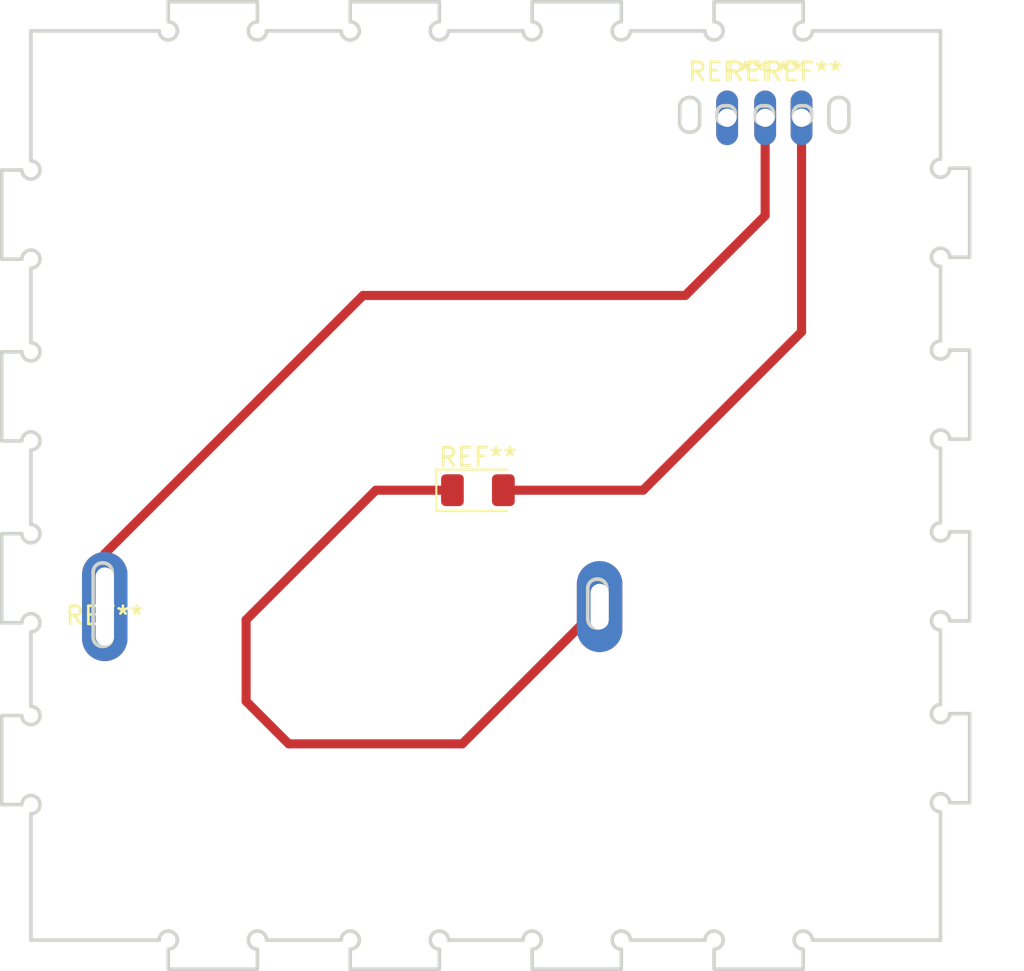
<source format=kicad_pcb>
(kicad_pcb (version 20171130) (host pcbnew "(5.1.2)-1")

  (general
    (thickness 1.6)
    (drawings 156)
    (tracks 15)
    (zones 0)
    (modules 5)
    (nets 1)
  )

  (page A4)
  (layers
    (0 F.Cu signal)
    (31 B.Cu signal)
    (32 B.Adhes user)
    (33 F.Adhes user)
    (34 B.Paste user)
    (35 F.Paste user)
    (36 B.SilkS user)
    (37 F.SilkS user)
    (38 B.Mask user)
    (39 F.Mask user)
    (40 Dwgs.User user)
    (41 Cmts.User user)
    (42 Eco1.User user)
    (43 Eco2.User user)
    (44 Edge.Cuts user)
    (45 Margin user)
    (46 B.CrtYd user)
    (47 F.CrtYd user)
    (48 B.Fab user)
    (49 F.Fab user)
  )

  (setup
    (last_trace_width 0.5)
    (user_trace_width 0.5)
    (trace_clearance 0.2)
    (zone_clearance 0.508)
    (zone_45_only no)
    (trace_min 0.2)
    (via_size 0.8)
    (via_drill 0.4)
    (via_min_size 0.4)
    (via_min_drill 0.3)
    (uvia_size 0.3)
    (uvia_drill 0.1)
    (uvias_allowed no)
    (uvia_min_size 0.2)
    (uvia_min_drill 0.1)
    (edge_width 0.05)
    (segment_width 0.2)
    (pcb_text_width 0.3)
    (pcb_text_size 1.5 1.5)
    (mod_edge_width 0.12)
    (mod_text_size 1 1)
    (mod_text_width 0.15)
    (pad_size 1.2 3)
    (pad_drill 1)
    (pad_to_mask_clearance 0.051)
    (solder_mask_min_width 0.25)
    (aux_axis_origin 82.58 137.32)
    (visible_elements FFFFFF7F)
    (pcbplotparams
      (layerselection 0x01000_7fffffff)
      (usegerberextensions false)
      (usegerberattributes false)
      (usegerberadvancedattributes false)
      (creategerberjobfile false)
      (excludeedgelayer true)
      (linewidth 0.100000)
      (plotframeref false)
      (viasonmask false)
      (mode 1)
      (useauxorigin false)
      (hpglpennumber 1)
      (hpglpenspeed 20)
      (hpglpendiameter 15.000000)
      (psnegative false)
      (psa4output false)
      (plotreference true)
      (plotvalue true)
      (plotinvisibletext false)
      (padsonsilk false)
      (subtractmaskfromsilk false)
      (outputformat 1)
      (mirror false)
      (drillshape 0)
      (scaleselection 1)
      (outputdirectory "GerberExports/"))
  )

  (net 0 "")

  (net_class Default "This is the default net class."
    (clearance 0.2)
    (trace_width 0.25)
    (via_dia 0.8)
    (via_drill 0.4)
    (uvia_dia 0.3)
    (uvia_drill 0.1)
  )

  (module LED_SMD:LED_1206_3216Metric (layer F.Cu) (tedit 5B301BBE) (tstamp 5CD77A91)
    (at 116.53 104.56)
    (descr "LED SMD 1206 (3216 Metric), square (rectangular) end terminal, IPC_7351 nominal, (Body size source: http://www.tortai-tech.com/upload/download/2011102023233369053.pdf), generated with kicad-footprint-generator")
    (tags diode)
    (attr smd)
    (fp_text reference REF** (at 0 -1.82) (layer F.SilkS)
      (effects (font (size 1 1) (thickness 0.15)))
    )
    (fp_text value LED_1206_3216Metric (at 0 1.82) (layer F.Fab)
      (effects (font (size 1 1) (thickness 0.15)))
    )
    (fp_text user %R (at 0 0) (layer F.Fab)
      (effects (font (size 0.8 0.8) (thickness 0.12)))
    )
    (fp_line (start 2.28 1.12) (end -2.28 1.12) (layer F.CrtYd) (width 0.05))
    (fp_line (start 2.28 -1.12) (end 2.28 1.12) (layer F.CrtYd) (width 0.05))
    (fp_line (start -2.28 -1.12) (end 2.28 -1.12) (layer F.CrtYd) (width 0.05))
    (fp_line (start -2.28 1.12) (end -2.28 -1.12) (layer F.CrtYd) (width 0.05))
    (fp_line (start -2.285 1.135) (end 1.6 1.135) (layer F.SilkS) (width 0.12))
    (fp_line (start -2.285 -1.135) (end -2.285 1.135) (layer F.SilkS) (width 0.12))
    (fp_line (start 1.6 -1.135) (end -2.285 -1.135) (layer F.SilkS) (width 0.12))
    (fp_line (start 1.6 0.8) (end 1.6 -0.8) (layer F.Fab) (width 0.1))
    (fp_line (start -1.6 0.8) (end 1.6 0.8) (layer F.Fab) (width 0.1))
    (fp_line (start -1.6 -0.4) (end -1.6 0.8) (layer F.Fab) (width 0.1))
    (fp_line (start -1.2 -0.8) (end -1.6 -0.4) (layer F.Fab) (width 0.1))
    (fp_line (start 1.6 -0.8) (end -1.2 -0.8) (layer F.Fab) (width 0.1))
    (pad 2 smd roundrect (at 1.4 0) (size 1.25 1.75) (layers F.Cu F.Paste F.Mask) (roundrect_rratio 0.2))
    (pad 1 smd roundrect (at -1.4 0) (size 1.25 1.75) (layers F.Cu F.Paste F.Mask) (roundrect_rratio 0.2))
    (model ${KISYS3DMOD}/LED_SMD.3dshapes/LED_1206_3216Metric.wrl
      (at (xyz 0 0 0))
      (scale (xyz 1 1 1))
      (rotate (xyz 0 0 0))
    )
  )

  (module Connector_Wire:SolderWirePad_1x01_Drill0.8mm (layer F.Cu) (tedit 5CD72CC7) (tstamp 5CD779AA)
    (at 130.23 84.08)
    (descr "Wire solder connection")
    (tags connector)
    (attr virtual)
    (fp_text reference REF** (at 0 -2.54) (layer F.SilkS)
      (effects (font (size 1 1) (thickness 0.15)))
    )
    (fp_text value SolderWirePad_1x01_Drill0.8mm (at 0 2.54) (layer F.Fab)
      (effects (font (size 1 1) (thickness 0.15)))
    )
    (fp_text user %R (at 0 0) (layer F.Fab)
      (effects (font (size 1 1) (thickness 0.15)))
    )
    (fp_line (start -1.5 -1.5) (end 1.5 -1.5) (layer F.CrtYd) (width 0.05))
    (fp_line (start -1.5 -1.5) (end -1.5 1.5) (layer F.CrtYd) (width 0.05))
    (fp_line (start 1.5 1.5) (end 1.5 -1.5) (layer F.CrtYd) (width 0.05))
    (fp_line (start 1.5 1.5) (end -1.5 1.5) (layer F.CrtYd) (width 0.05))
    (pad 1 thru_hole oval (at 0 0) (size 1.2 3) (drill 1) (layers F.Cu))
  )

  (module Connector_Wire:SolderWirePad_1x01_Drill0.8mm (layer F.Cu) (tedit 5CD72CCB) (tstamp 5CD778A0)
    (at 134.42 84.08)
    (descr "Wire solder connection")
    (tags connector)
    (attr virtual)
    (fp_text reference REF** (at 0 -2.54) (layer F.SilkS)
      (effects (font (size 1 1) (thickness 0.15)))
    )
    (fp_text value SolderWirePad_1x01_Drill0.8mm (at 0 2.54) (layer F.Fab)
      (effects (font (size 1 1) (thickness 0.15)))
    )
    (fp_text user %R (at 0 0) (layer F.Fab)
      (effects (font (size 1 1) (thickness 0.15)))
    )
    (fp_line (start -1.5 -1.5) (end 1.5 -1.5) (layer F.CrtYd) (width 0.05))
    (fp_line (start -1.5 -1.5) (end -1.5 1.5) (layer F.CrtYd) (width 0.05))
    (fp_line (start 1.5 1.5) (end 1.5 -1.5) (layer F.CrtYd) (width 0.05))
    (fp_line (start 1.5 1.5) (end -1.5 1.5) (layer F.CrtYd) (width 0.05))
    (pad 1 thru_hole oval (at -0.1 0) (size 1.2 3) (drill 1) (layers F.Cu))
  )

  (module Connector_Wire:SolderWirePad_1x01_Drill0.8mm (layer F.Cu) (tedit 5CD72CC7) (tstamp 5CD7774F)
    (at 132.32 84.08)
    (descr "Wire solder connection")
    (tags connector)
    (attr virtual)
    (fp_text reference REF** (at 0 -2.54) (layer F.SilkS)
      (effects (font (size 1 1) (thickness 0.15)))
    )
    (fp_text value SolderWirePad_1x01_Drill0.8mm (at 0 2.54) (layer F.Fab)
      (effects (font (size 1 1) (thickness 0.15)))
    )
    (fp_line (start 1.5 1.5) (end -1.5 1.5) (layer F.CrtYd) (width 0.05))
    (fp_line (start 1.5 1.5) (end 1.5 -1.5) (layer F.CrtYd) (width 0.05))
    (fp_line (start -1.5 -1.5) (end -1.5 1.5) (layer F.CrtYd) (width 0.05))
    (fp_line (start -1.5 -1.5) (end 1.5 -1.5) (layer F.CrtYd) (width 0.05))
    (fp_text user %R (at 0 0) (layer F.Fab)
      (effects (font (size 1 1) (thickness 0.15)))
    )
    (pad 1 thru_hole oval (at 0 0) (size 1.2 3) (drill 1) (layers F.Cu))
  )

  (module LibraryforKiCad:CR2032Holder (layer F.Cu) (tedit 5CD72B24) (tstamp 5CD7762E)
    (at 96.02 110.96)
    (fp_text reference REF** (at 0 0.5) (layer F.SilkS)
      (effects (font (size 1 1) (thickness 0.15)))
    )
    (fp_text value CR2032Holder (at 0 -0.5) (layer F.Fab)
      (effects (font (size 1 1) (thickness 0.15)))
    )
    (pad 2 thru_hole oval (at 0 0) (size 2.5 6) (drill oval 1 4.3) (layers F.Cu F.Adhes))
    (pad 1 thru_hole oval (at 27.2 0) (size 2.5 5) (drill oval 1 2.5) (layers F.Cu))
  )

  (gr_arc (start 95.880866 112.650584) (end 95.380866 112.650584) (angle -90) (layer Edge.Cuts) (width 0.2))
  (gr_line (start 132.773 84.02) (end 132.773 83.814) (layer Edge.Cuts) (width 0.2))
  (gr_arc (start 134.476 83.814) (end 134.873 83.814) (angle -90) (layer Edge.Cuts) (width 0.2))
  (gr_line (start 134.476 83.417) (end 134.27 83.417) (layer Edge.Cuts) (width 0.2))
  (gr_arc (start 132.376 83.814) (end 132.773 83.814) (angle -90) (layer Edge.Cuts) (width 0.2))
  (gr_arc (start 134.27 84.02) (end 133.873 84.02) (angle -90) (layer Edge.Cuts) (width 0.2))
  (gr_line (start 132.376 83.417) (end 132.17 83.417) (layer Edge.Cuts) (width 0.2))
  (gr_arc (start 134.27 83.814) (end 134.27 83.417) (angle -90) (layer Edge.Cuts) (width 0.2))
  (gr_line (start 136.323 84.867) (end 136.423 84.867) (layer Edge.Cuts) (width 0.2))
  (gr_arc (start 134.476 84.02) (end 134.476 84.417) (angle -90) (layer Edge.Cuts) (width 0.2))
  (gr_arc (start 132.17 83.814) (end 132.17 83.417) (angle -90) (layer Edge.Cuts) (width 0.2))
  (gr_line (start 131.773 83.814) (end 131.773 84.02) (layer Edge.Cuts) (width 0.2))
  (gr_arc (start 132.17 84.02) (end 131.773 84.02) (angle -90) (layer Edge.Cuts) (width 0.2))
  (gr_arc (start 136.323 84.367) (end 135.823 84.367) (angle -90) (layer Edge.Cuts) (width 0.2))
  (gr_line (start 132.17 84.417) (end 132.376 84.417) (layer Edge.Cuts) (width 0.2))
  (gr_line (start 133.873 83.814) (end 133.873 84.02) (layer Edge.Cuts) (width 0.2))
  (gr_line (start 135.823 83.467) (end 135.823 84.367) (layer Edge.Cuts) (width 0.2))
  (gr_line (start 134.27 84.417) (end 134.476 84.417) (layer Edge.Cuts) (width 0.2))
  (gr_line (start 134.873 84.02) (end 134.873 83.814) (layer Edge.Cuts) (width 0.2))
  (gr_arc (start 136.423 83.467) (end 136.923 83.467) (angle -90) (layer Edge.Cuts) (width 0.2))
  (gr_arc (start 136.323 83.467) (end 136.323 82.967) (angle -90) (layer Edge.Cuts) (width 0.2))
  (gr_line (start 136.423 82.967) (end 136.323 82.967) (layer Edge.Cuts) (width 0.2))
  (gr_arc (start 136.423 84.367) (end 136.423 84.867) (angle -90) (layer Edge.Cuts) (width 0.2))
  (gr_line (start 136.923 84.367) (end 136.923 83.467) (layer Edge.Cuts) (width 0.2))
  (gr_line (start 134.41148 77.701605) (end 129.51148 77.701605) (layer Edge.Cuts) (width 0.2))
  (gr_line (start 141.96148 79.301604) (end 134.91148 79.301604) (layer Edge.Cuts) (width 0.2))
  (gr_line (start 141.96148 79.301604) (end 141.96148 86.351604) (layer Edge.Cuts) (width 0.2))
  (gr_line (start 134.41148 77.701605) (end 134.41148 78.801604) (layer Edge.Cuts) (width 0.2))
  (gr_arc (start 134.41148 79.301604) (end 134.41148 78.801604) (angle -270) (layer Edge.Cuts) (width 0.2))
  (gr_arc (start 141.96148 101.751604) (end 142.46148 101.751604) (angle -270) (layer Edge.Cuts) (width 0.2))
  (gr_arc (start 141.96148 106.851604) (end 141.96148 106.351604) (angle -270) (layer Edge.Cuts) (width 0.2))
  (gr_line (start 124.41148 130.901603) (end 119.51148 130.901603) (layer Edge.Cuts) (width 0.2))
  (gr_arc (start 99.51148 129.301604) (end 99.51148 129.801604) (angle -270) (layer Edge.Cuts) (width 0.2))
  (gr_line (start 143.56148 116.851604) (end 142.46148 116.851604) (layer Edge.Cuts) (width 0.2))
  (gr_arc (start 141.96148 121.751604) (end 142.46148 121.751604) (angle -270) (layer Edge.Cuts) (width 0.2))
  (gr_line (start 104.41148 130.901604) (end 99.51148 130.901603) (layer Edge.Cuts) (width 0.2))
  (gr_line (start 143.56148 91.751604) (end 142.46148 91.751604) (layer Edge.Cuts) (width 0.2))
  (gr_arc (start 119.51148 129.301604) (end 119.51148 129.801604) (angle -270) (layer Edge.Cuts) (width 0.2))
  (gr_line (start 141.96148 102.251604) (end 141.96148 106.351604) (layer Edge.Cuts) (width 0.2))
  (gr_arc (start 141.96148 96.851604) (end 141.96148 96.351604) (angle -270) (layer Edge.Cuts) (width 0.2))
  (gr_line (start 143.56148 106.851604) (end 143.56148 111.751604) (layer Edge.Cuts) (width 0.2))
  (gr_arc (start 114.41148 129.301603) (end 114.91148 129.301603) (angle -270) (layer Edge.Cuts) (width 0.2))
  (gr_line (start 141.96148 112.251604) (end 141.96148 116.351604) (layer Edge.Cuts) (width 0.2))
  (gr_line (start 143.56148 121.751604) (end 142.46148 121.751604) (layer Edge.Cuts) (width 0.2))
  (gr_line (start 114.41148 129.801603) (end 114.41148 130.901603) (layer Edge.Cuts) (width 0.2))
  (gr_line (start 109.01148 129.301604) (end 104.91148 129.301604) (layer Edge.Cuts) (width 0.2))
  (gr_line (start 90.361481 111.851603) (end 90.361481 106.951604) (layer Edge.Cuts) (width 0.2))
  (gr_line (start 134.41148 129.801603) (end 134.41148 130.901603) (layer Edge.Cuts) (width 0.2))
  (gr_line (start 91.96148 112.351603) (end 91.96148 116.451604) (layer Edge.Cuts) (width 0.2))
  (gr_line (start 124.41148 129.801603) (end 124.41148 130.901603) (layer Edge.Cuts) (width 0.2))
  (gr_line (start 90.361481 121.851604) (end 90.361481 116.951604) (layer Edge.Cuts) (width 0.2))
  (gr_line (start 91.461481 106.951604) (end 90.361481 106.951604) (layer Edge.Cuts) (width 0.2))
  (gr_line (start 91.96148 122.351604) (end 91.96148 129.301604) (layer Edge.Cuts) (width 0.2))
  (gr_arc (start 91.96148 116.951604) (end 91.461481 116.951604) (angle -270) (layer Edge.Cuts) (width 0.2))
  (gr_line (start 143.56148 86.851604) (end 143.56148 91.751604) (layer Edge.Cuts) (width 0.2))
  (gr_line (start 143.56148 96.851604) (end 142.46148 96.851604) (layer Edge.Cuts) (width 0.2))
  (gr_line (start 134.41148 130.901603) (end 129.51148 130.901603) (layer Edge.Cuts) (width 0.2))
  (gr_line (start 141.96148 129.301604) (end 134.91148 129.301603) (layer Edge.Cuts) (width 0.2))
  (gr_line (start 109.51148 129.801604) (end 109.51148 130.901603) (layer Edge.Cuts) (width 0.2))
  (gr_line (start 114.41148 130.901603) (end 109.51148 130.901603) (layer Edge.Cuts) (width 0.2))
  (gr_line (start 143.56148 101.751604) (end 142.46148 101.751604) (layer Edge.Cuts) (width 0.2))
  (gr_line (start 143.56148 96.851604) (end 143.56148 101.751604) (layer Edge.Cuts) (width 0.2))
  (gr_line (start 143.56148 106.851604) (end 142.46148 106.851604) (layer Edge.Cuts) (width 0.2))
  (gr_line (start 143.56148 111.751604) (end 142.46148 111.751604) (layer Edge.Cuts) (width 0.2))
  (gr_line (start 141.96148 122.251604) (end 141.96148 129.301604) (layer Edge.Cuts) (width 0.2))
  (gr_line (start 104.41148 129.801604) (end 104.41148 130.901604) (layer Edge.Cuts) (width 0.2))
  (gr_line (start 119.01148 129.301604) (end 114.91148 129.301604) (layer Edge.Cuts) (width 0.2))
  (gr_arc (start 141.96148 111.751604) (end 142.46148 111.751604) (angle -270) (layer Edge.Cuts) (width 0.2))
  (gr_arc (start 134.41148 129.301603) (end 134.91148 129.301603) (angle -270) (layer Edge.Cuts) (width 0.2))
  (gr_line (start 91.461481 111.851603) (end 90.361481 111.851603) (layer Edge.Cuts) (width 0.2))
  (gr_arc (start 91.96148 121.851604) (end 91.96148 122.351604) (angle -270) (layer Edge.Cuts) (width 0.2))
  (gr_line (start 99.51148 129.801604) (end 99.51148 130.901603) (layer Edge.Cuts) (width 0.2))
  (gr_arc (start 91.96148 111.851603) (end 91.96148 112.351603) (angle -270) (layer Edge.Cuts) (width 0.2))
  (gr_arc (start 104.41148 129.301604) (end 104.91148 129.301604) (angle -270) (layer Edge.Cuts) (width 0.2))
  (gr_line (start 91.461481 116.951604) (end 90.361481 116.951604) (layer Edge.Cuts) (width 0.2))
  (gr_arc (start 141.96148 116.851604) (end 141.96148 116.351604) (angle -270) (layer Edge.Cuts) (width 0.2))
  (gr_line (start 129.51148 129.801604) (end 129.51148 130.901603) (layer Edge.Cuts) (width 0.2))
  (gr_line (start 143.56148 116.851604) (end 143.56148 121.751604) (layer Edge.Cuts) (width 0.2))
  (gr_arc (start 129.51148 129.301604) (end 129.51148 129.801604) (angle -270) (layer Edge.Cuts) (width 0.2))
  (gr_line (start 129.01148 129.301604) (end 124.91148 129.301604) (layer Edge.Cuts) (width 0.2))
  (gr_line (start 91.96148 102.351604) (end 91.96148 106.451604) (layer Edge.Cuts) (width 0.2))
  (gr_line (start 91.461481 101.851604) (end 90.361481 101.851604) (layer Edge.Cuts) (width 0.2))
  (gr_arc (start 124.41148 129.301603) (end 124.91148 129.301603) (angle -270) (layer Edge.Cuts) (width 0.2))
  (gr_line (start 99.01148 129.301604) (end 91.96148 129.301604) (layer Edge.Cuts) (width 0.2))
  (gr_line (start 119.51148 129.801604) (end 119.51148 130.901603) (layer Edge.Cuts) (width 0.2))
  (gr_arc (start 91.96148 106.951604) (end 91.461481 106.951604) (angle -270) (layer Edge.Cuts) (width 0.2))
  (gr_arc (start 91.96148 101.851604) (end 91.96148 102.351604) (angle -270) (layer Edge.Cuts) (width 0.2))
  (gr_line (start 91.461481 121.851604) (end 90.361481 121.851604) (layer Edge.Cuts) (width 0.2))
  (gr_arc (start 141.96148 86.851604) (end 141.96148 86.351604) (angle -270) (layer Edge.Cuts) (width 0.2))
  (gr_line (start 143.56148 86.851604) (end 142.46148 86.851604) (layer Edge.Cuts) (width 0.2))
  (gr_arc (start 109.51148 129.301604) (end 109.51148 129.801604) (angle -270) (layer Edge.Cuts) (width 0.2))
  (gr_arc (start 141.96148 91.751604) (end 142.46148 91.751604) (angle -270) (layer Edge.Cuts) (width 0.2))
  (gr_line (start 141.96148 92.251604) (end 141.96148 96.351604) (layer Edge.Cuts) (width 0.2))
  (gr_line (start 130.673 84.02) (end 130.673 83.814) (layer Edge.Cuts) (width 0.2))
  (gr_line (start 130.276 83.417) (end 130.07 83.417) (layer Edge.Cuts) (width 0.2))
  (gr_arc (start 91.96148 96.951604) (end 91.461481 96.951604) (angle -270) (layer Edge.Cuts) (width 0.2))
  (gr_arc (start 128.223 83.467) (end 128.723 83.467) (angle -90) (layer Edge.Cuts) (width 0.2))
  (gr_line (start 109.01148 79.301604) (end 104.91148 79.301604) (layer Edge.Cuts) (width 0.2))
  (gr_line (start 114.41148 77.701604) (end 109.51148 77.701605) (layer Edge.Cuts) (width 0.2))
  (gr_line (start 129.51148 77.701605) (end 129.51148 78.801604) (layer Edge.Cuts) (width 0.2))
  (gr_line (start 123.120866 109.450584) (end 123.070866 109.450584) (layer Edge.Cuts) (width 0.2))
  (gr_arc (start 95.880866 109.060584) (end 95.880866 108.560584) (angle -90) (layer Edge.Cuts) (width 0.2))
  (gr_arc (start 91.96148 91.851604) (end 91.96148 92.351604) (angle -270) (layer Edge.Cuts) (width 0.2))
  (gr_line (start 119.51148 77.701605) (end 119.51148 78.801604) (layer Edge.Cuts) (width 0.2))
  (gr_line (start 91.461481 91.851604) (end 90.361481 91.851604) (layer Edge.Cuts) (width 0.2))
  (gr_line (start 90.361481 91.851604) (end 90.361481 86.951603) (layer Edge.Cuts) (width 0.2))
  (gr_arc (start 128.223 84.367) (end 128.223 84.867) (angle -90) (layer Edge.Cuts) (width 0.2))
  (gr_line (start 91.461481 86.951603) (end 90.361481 86.951603) (layer Edge.Cuts) (width 0.2))
  (gr_line (start 91.96148 79.301604) (end 91.96148 86.451603) (layer Edge.Cuts) (width 0.2))
  (gr_line (start 99.011479 79.301604) (end 91.96148 79.301604) (layer Edge.Cuts) (width 0.2))
  (gr_line (start 109.51148 77.701605) (end 109.51148 78.801604) (layer Edge.Cuts) (width 0.2))
  (gr_arc (start 114.41148 79.301604) (end 114.41148 78.801605) (angle -270) (layer Edge.Cuts) (width 0.2))
  (gr_arc (start 128.123 84.367) (end 127.623 84.367) (angle -90) (layer Edge.Cuts) (width 0.2))
  (gr_line (start 119.01148 79.301604) (end 114.91148 79.301604) (layer Edge.Cuts) (width 0.2))
  (gr_arc (start 129.51148 79.301604) (end 129.01148 79.301604) (angle -270) (layer Edge.Cuts) (width 0.2))
  (gr_arc (start 123.070866 111.640584) (end 122.570866 111.640584) (angle -90) (layer Edge.Cuts) (width 0.2))
  (gr_line (start 99.511479 77.701605) (end 99.511479 78.801604) (layer Edge.Cuts) (width 0.2))
  (gr_line (start 129.673 83.814) (end 129.673 84.02) (layer Edge.Cuts) (width 0.2))
  (gr_line (start 104.41148 77.701604) (end 99.511479 77.701605) (layer Edge.Cuts) (width 0.2))
  (gr_arc (start 109.51148 79.301604) (end 109.01148 79.301604) (angle -270) (layer Edge.Cuts) (width 0.2))
  (gr_line (start 114.41148 77.701604) (end 114.41148 78.801605) (layer Edge.Cuts) (width 0.2))
  (gr_arc (start 119.51148 79.301604) (end 119.01148 79.301604) (angle -270) (layer Edge.Cuts) (width 0.2))
  (gr_line (start 124.41148 77.701604) (end 119.51148 77.701605) (layer Edge.Cuts) (width 0.2))
  (gr_line (start 127.623 83.467) (end 127.623 84.367) (layer Edge.Cuts) (width 0.2))
  (gr_line (start 124.41148 77.701604) (end 124.41148 78.801605) (layer Edge.Cuts) (width 0.2))
  (gr_line (start 123.620866 111.640584) (end 123.620866 109.950584) (layer Edge.Cuts) (width 0.2))
  (gr_line (start 123.070866 112.140584) (end 123.120866 112.140584) (layer Edge.Cuts) (width 0.2))
  (gr_line (start 122.570866 109.950584) (end 122.570866 111.640584) (layer Edge.Cuts) (width 0.2))
  (gr_arc (start 128.123 83.467) (end 128.123 82.967) (angle -90) (layer Edge.Cuts) (width 0.2))
  (gr_line (start 95.380866 109.060584) (end 95.380866 112.650584) (layer Edge.Cuts) (width 0.2))
  (gr_line (start 129.01148 79.301604) (end 124.91148 79.301604) (layer Edge.Cuts) (width 0.2))
  (gr_arc (start 123.070866 109.950584) (end 123.070866 109.450584) (angle -90) (layer Edge.Cuts) (width 0.2))
  (gr_arc (start 95.930866 112.650584) (end 95.930866 113.150584) (angle -90) (layer Edge.Cuts) (width 0.2))
  (gr_line (start 96.430866 112.650584) (end 96.430866 109.060584) (layer Edge.Cuts) (width 0.2))
  (gr_line (start 95.930866 108.560584) (end 95.880866 108.560584) (layer Edge.Cuts) (width 0.2))
  (gr_line (start 130.07 84.417) (end 130.276 84.417) (layer Edge.Cuts) (width 0.2))
  (gr_line (start 128.223 82.967) (end 128.123 82.967) (layer Edge.Cuts) (width 0.2))
  (gr_arc (start 95.930866 109.060584) (end 96.430866 109.060584) (angle -90) (layer Edge.Cuts) (width 0.2))
  (gr_arc (start 99.511479 79.301604) (end 99.011479 79.301604) (angle -270) (layer Edge.Cuts) (width 0.2))
  (gr_line (start 104.41148 77.701604) (end 104.41148 78.801605) (layer Edge.Cuts) (width 0.2))
  (gr_arc (start 132.376 84.02) (end 132.376 84.417) (angle -90) (layer Edge.Cuts) (width 0.2))
  (gr_line (start 128.723 84.367) (end 128.723 83.467) (layer Edge.Cuts) (width 0.2))
  (gr_arc (start 130.276 83.814) (end 130.673 83.814) (angle -90) (layer Edge.Cuts) (width 0.2))
  (gr_line (start 91.96148 92.351604) (end 91.96148 96.451604) (layer Edge.Cuts) (width 0.2))
  (gr_line (start 90.361481 101.851604) (end 90.361481 96.951604) (layer Edge.Cuts) (width 0.2))
  (gr_arc (start 91.96148 86.951603) (end 91.461481 86.951603) (angle -270) (layer Edge.Cuts) (width 0.2))
  (gr_arc (start 123.120866 109.950584) (end 123.620866 109.950584) (angle -90) (layer Edge.Cuts) (width 0.2))
  (gr_arc (start 130.07 83.814) (end 130.07 83.417) (angle -90) (layer Edge.Cuts) (width 0.2))
  (gr_line (start 95.880866 113.150584) (end 95.930866 113.150584) (layer Edge.Cuts) (width 0.2))
  (gr_arc (start 124.41148 79.301604) (end 124.41148 78.801605) (angle -270) (layer Edge.Cuts) (width 0.2))
  (gr_arc (start 123.120866 111.640584) (end 123.120866 112.140584) (angle -90) (layer Edge.Cuts) (width 0.2))
  (gr_line (start 91.461481 96.951604) (end 90.361481 96.951604) (layer Edge.Cuts) (width 0.2))
  (gr_arc (start 130.276 84.02) (end 130.276 84.417) (angle -90) (layer Edge.Cuts) (width 0.2))
  (gr_arc (start 104.41148 79.301604) (end 104.41148 78.801605) (angle -270) (layer Edge.Cuts) (width 0.2))
  (gr_line (start 128.123 84.867) (end 128.223 84.867) (layer Edge.Cuts) (width 0.2))
  (gr_arc (start 130.07 84.02) (end 129.673 84.02) (angle -90) (layer Edge.Cuts) (width 0.2))

  (segment (start 96.02 110.96) (end 96.02 110.5) (width 0.25) (layer F.Cu) (net 0))
  (segment (start 96.02 110.96) (end 96.02 108.05) (width 0.5) (layer F.Cu) (net 0))
  (segment (start 96.02 108.05) (end 110.22 93.85) (width 0.5) (layer F.Cu) (net 0))
  (segment (start 110.22 93.85) (end 127.93 93.85) (width 0.5) (layer F.Cu) (net 0))
  (segment (start 132.32 89.46) (end 132.32 84.08) (width 0.5) (layer F.Cu) (net 0))
  (segment (start 127.93 93.85) (end 132.32 89.46) (width 0.5) (layer F.Cu) (net 0))
  (segment (start 134.32 84.08) (end 134.32 95.85) (width 0.5) (layer F.Cu) (net 0))
  (segment (start 125.61 104.56) (end 117.93 104.56) (width 0.5) (layer F.Cu) (net 0))
  (segment (start 134.32 95.85) (end 125.61 104.56) (width 0.5) (layer F.Cu) (net 0))
  (segment (start 115.13 104.56) (end 110.92 104.56) (width 0.5) (layer F.Cu) (net 0))
  (segment (start 110.92 104.56) (end 103.79 111.69) (width 0.5) (layer F.Cu) (net 0))
  (segment (start 103.79 111.69) (end 103.79 116.17) (width 0.5) (layer F.Cu) (net 0))
  (segment (start 103.79 116.17) (end 106.13 118.51) (width 0.5) (layer F.Cu) (net 0))
  (segment (start 115.67 118.51) (end 123.22 110.96) (width 0.5) (layer F.Cu) (net 0))
  (segment (start 106.13 118.51) (end 115.67 118.51) (width 0.5) (layer F.Cu) (net 0))

)

</source>
